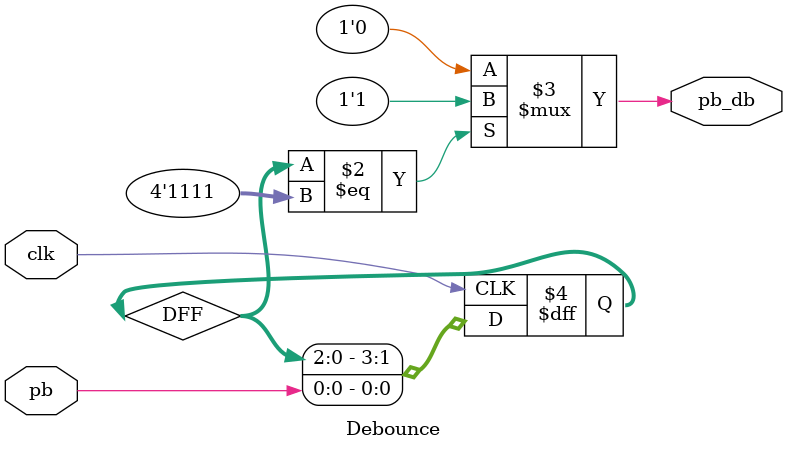
<source format=v>
`timescale 1ns / 1ps

module Debounce(clk, pb, pb_db);
    input clk, pb;

    output pb_db;
    
    reg [3:0] DFF;

    always@(posedge clk)begin
        DFF[3:1] <= DFF[2:0];
        DFF[0] <= pb;
    end

    assign pb_db = (DFF == 4'b1111)? 1'b1 : 1'b0;
endmodule

</source>
